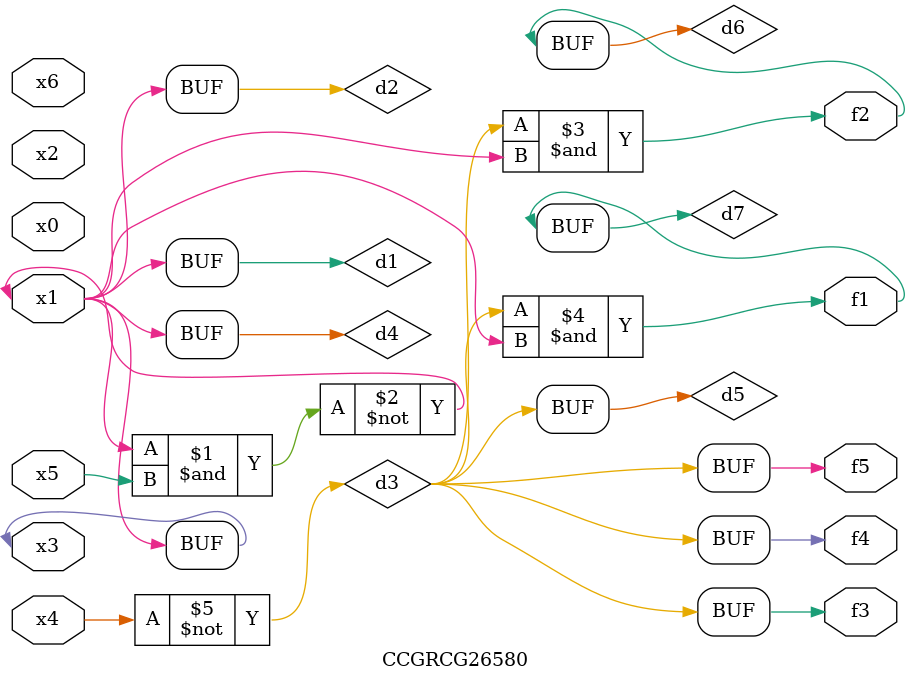
<source format=v>
module CCGRCG26580(
	input x0, x1, x2, x3, x4, x5, x6,
	output f1, f2, f3, f4, f5
);

	wire d1, d2, d3, d4, d5, d6, d7;

	buf (d1, x1, x3);
	nand (d2, x1, x5);
	not (d3, x4);
	buf (d4, d1, d2);
	buf (d5, d3);
	and (d6, d3, d4);
	and (d7, d3, d4);
	assign f1 = d7;
	assign f2 = d6;
	assign f3 = d5;
	assign f4 = d5;
	assign f5 = d5;
endmodule

</source>
